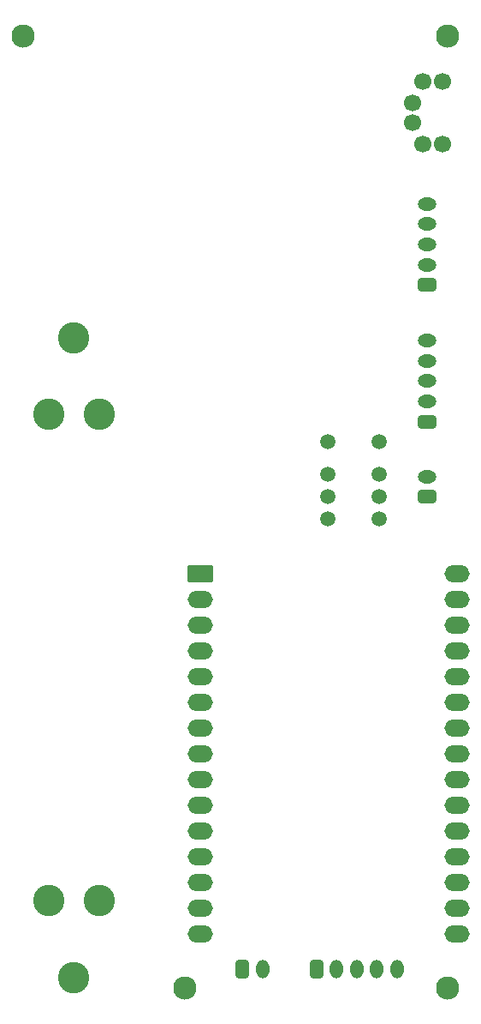
<source format=gbr>
%TF.GenerationSoftware,KiCad,Pcbnew,(6.0.9)*%
%TF.CreationDate,2023-05-10T12:51:21+05:30*%
%TF.ProjectId,WeatherKids_Compact(V1.0),57656174-6865-4724-9b69-64735f436f6d,rev?*%
%TF.SameCoordinates,Original*%
%TF.FileFunction,Soldermask,Bot*%
%TF.FilePolarity,Negative*%
%FSLAX46Y46*%
G04 Gerber Fmt 4.6, Leading zero omitted, Abs format (unit mm)*
G04 Created by KiCad (PCBNEW (6.0.9)) date 2023-05-10 12:51:21*
%MOMM*%
%LPD*%
G01*
G04 APERTURE LIST*
G04 Aperture macros list*
%AMRoundRect*
0 Rectangle with rounded corners*
0 $1 Rounding radius*
0 $2 $3 $4 $5 $6 $7 $8 $9 X,Y pos of 4 corners*
0 Add a 4 corners polygon primitive as box body*
4,1,4,$2,$3,$4,$5,$6,$7,$8,$9,$2,$3,0*
0 Add four circle primitives for the rounded corners*
1,1,$1+$1,$2,$3*
1,1,$1+$1,$4,$5*
1,1,$1+$1,$6,$7*
1,1,$1+$1,$8,$9*
0 Add four rect primitives between the rounded corners*
20,1,$1+$1,$2,$3,$4,$5,0*
20,1,$1+$1,$4,$5,$6,$7,0*
20,1,$1+$1,$6,$7,$8,$9,0*
20,1,$1+$1,$8,$9,$2,$3,0*%
G04 Aperture macros list end*
%ADD10C,3.100000*%
%ADD11C,1.500000*%
%ADD12RoundRect,0.300000X-0.350000X-0.625000X0.350000X-0.625000X0.350000X0.625000X-0.350000X0.625000X0*%
%ADD13O,1.300000X1.850000*%
%ADD14RoundRect,0.300000X0.625000X-0.350000X0.625000X0.350000X-0.625000X0.350000X-0.625000X-0.350000X0*%
%ADD15O,1.850000X1.300000*%
%ADD16C,1.700000*%
%ADD17C,2.300000*%
%ADD18RoundRect,0.050000X-1.200000X-0.800000X1.200000X-0.800000X1.200000X0.800000X-1.200000X0.800000X0*%
%ADD19O,2.500000X1.700000*%
G04 APERTURE END LIST*
D10*
%TO.C,J10*%
X5500000Y-40400000D03*
X10500000Y-40400000D03*
X8000000Y-32800000D03*
%TD*%
%TO.C,J9*%
X8000000Y-96000000D03*
X5500000Y-88400000D03*
X10500000Y-88400000D03*
%TD*%
D11*
%TO.C,SW1*%
X38250000Y-43100000D03*
X38250000Y-46300000D03*
X38250000Y-48500000D03*
X38250000Y-50700000D03*
X33170000Y-50700000D03*
X33170000Y-48500000D03*
X33170000Y-46300000D03*
X33170000Y-43100000D03*
%TD*%
D12*
%TO.C,J4*%
X24700000Y-95150000D03*
D13*
X26700000Y-95150000D03*
%TD*%
D14*
%TO.C,J3*%
X42950000Y-41100000D03*
D15*
X42950000Y-39100000D03*
X42950000Y-37100000D03*
X42950000Y-35100000D03*
X42950000Y-33100000D03*
%TD*%
D14*
%TO.C,J5*%
X42950000Y-48500000D03*
D15*
X42950000Y-46500000D03*
%TD*%
D16*
%TO.C,SW2*%
X44525000Y-7550000D03*
X42525000Y-7550000D03*
X44525000Y-13650000D03*
X42525000Y-13650000D03*
X41525000Y-9600000D03*
X41525000Y-11600000D03*
%TD*%
D17*
%TO.C,H2*%
X45000000Y-97000000D03*
%TD*%
%TO.C,H4*%
X45000000Y-3000000D03*
%TD*%
%TO.C,H1*%
X19000000Y-97000000D03*
%TD*%
D14*
%TO.C,J1*%
X42950000Y-27600000D03*
D15*
X42950000Y-25600000D03*
X42950000Y-23600000D03*
X42950000Y-21600000D03*
X42950000Y-19600000D03*
%TD*%
D17*
%TO.C,H3*%
X3000000Y-3000000D03*
%TD*%
D12*
%TO.C,J2*%
X32000000Y-95150000D03*
D13*
X34000000Y-95150000D03*
X36000000Y-95150000D03*
X38000000Y-95150000D03*
X40000000Y-95150000D03*
%TD*%
D18*
%TO.C,MOD1*%
X20550000Y-56140000D03*
D19*
X20550000Y-58680000D03*
X20550000Y-61220000D03*
X20550000Y-63760000D03*
X20550000Y-66300000D03*
X20550000Y-68840000D03*
X20550000Y-71380000D03*
X20550000Y-73920000D03*
X20550000Y-76460000D03*
X20550000Y-79000000D03*
X20550000Y-81540000D03*
X20550000Y-84080000D03*
X20550000Y-86620000D03*
X20550000Y-89160000D03*
X20550000Y-91700000D03*
X45950000Y-91700000D03*
X45950000Y-89160000D03*
X45950000Y-86620000D03*
X45950000Y-84080000D03*
X45950000Y-81540000D03*
X45950000Y-79000000D03*
X45950000Y-76460000D03*
X45950000Y-73920000D03*
X45950000Y-71380000D03*
X45950000Y-68840000D03*
X45950000Y-66300000D03*
X45950000Y-63760000D03*
X45950000Y-61220000D03*
X45950000Y-58680000D03*
X45950000Y-56140000D03*
%TD*%
M02*

</source>
